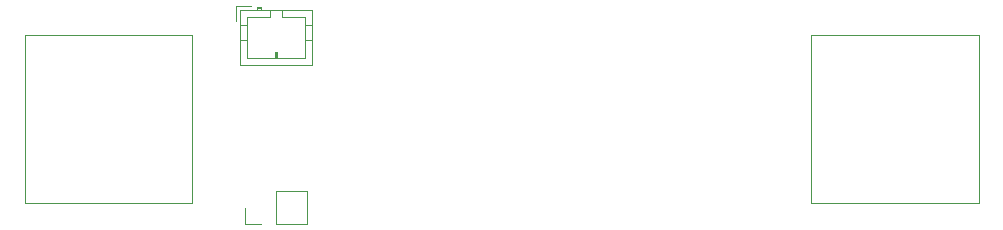
<source format=gbr>
%TF.GenerationSoftware,KiCad,Pcbnew,9.0.3*%
%TF.CreationDate,2025-07-16T18:33:31-04:00*%
%TF.ProjectId,board,626f6172-642e-46b6-9963-61645f706362,rev?*%
%TF.SameCoordinates,Original*%
%TF.FileFunction,Legend,Top*%
%TF.FilePolarity,Positive*%
%FSLAX46Y46*%
G04 Gerber Fmt 4.6, Leading zero omitted, Abs format (unit mm)*
G04 Created by KiCad (PCBNEW 9.0.3) date 2025-07-16 18:33:31*
%MOMM*%
%LPD*%
G01*
G04 APERTURE LIST*
%ADD10C,0.120000*%
G04 APERTURE END LIST*
D10*
%TO.C,J2*%
X40540001Y-20140000D02*
X40540001Y-21390000D01*
X40840001Y-20440000D02*
X40840001Y-25160000D01*
X40840001Y-21750001D02*
X41450001Y-21750000D01*
X40840001Y-23049999D02*
X41450001Y-23050000D01*
X40840001Y-25160000D02*
X46960001Y-25160000D01*
X41450001Y-21050000D02*
X41450001Y-24550000D01*
X41450001Y-24550000D02*
X46350001Y-24550000D01*
X41790001Y-20140000D02*
X40540001Y-20140000D01*
X42300001Y-20239999D02*
X42300001Y-20440000D01*
X42600001Y-20239999D02*
X42300001Y-20239999D01*
X42600001Y-20340000D02*
X42300001Y-20340000D01*
X42600001Y-20440000D02*
X42600001Y-20239999D01*
X43400001Y-20440000D02*
X43400001Y-21049999D01*
X43400001Y-21049999D02*
X41450001Y-21050000D01*
X43800001Y-24050000D02*
X44000001Y-24050000D01*
X43800002Y-24550000D02*
X43800001Y-24050000D01*
X43900001Y-24550000D02*
X43900001Y-24050000D01*
X44000001Y-24050000D02*
X44000001Y-24550000D01*
X44400001Y-21050000D02*
X44400001Y-20440000D01*
X46350001Y-21049999D02*
X44400001Y-21050000D01*
X46350001Y-24550000D02*
X46350001Y-21049999D01*
X46960001Y-20440000D02*
X40840001Y-20440000D01*
X46960001Y-21750000D02*
X46350001Y-21750000D01*
X46960001Y-23050000D02*
X46350001Y-23050000D01*
X46960001Y-25160000D02*
X46960001Y-20440000D01*
%TO.C,J4*%
X41245000Y-38580000D02*
X41245001Y-37200000D01*
X42625000Y-38579999D02*
X41245000Y-38580000D01*
X43895000Y-38580000D02*
X46545000Y-38580000D01*
X43895000Y-38580000D02*
X43895000Y-35820000D01*
X46545000Y-38580000D02*
X46545000Y-35820000D01*
X43895000Y-35820000D02*
X46545000Y-35820000D01*
%TO.C,SW1*%
X36800000Y-36800000D02*
X36800000Y-22600000D01*
X36800000Y-22600000D02*
X22600000Y-22600000D01*
X22600000Y-22600000D02*
X22600000Y-36800000D01*
X22600000Y-36800000D02*
X36800000Y-36800000D01*
%TO.C,SW2*%
X89200000Y-36800000D02*
X103400000Y-36800000D01*
X89200000Y-22600000D02*
X89200000Y-36800000D01*
X103400000Y-22600000D02*
X89200000Y-22600000D01*
X103400000Y-36800000D02*
X103400000Y-22600000D01*
%TD*%
M02*

</source>
